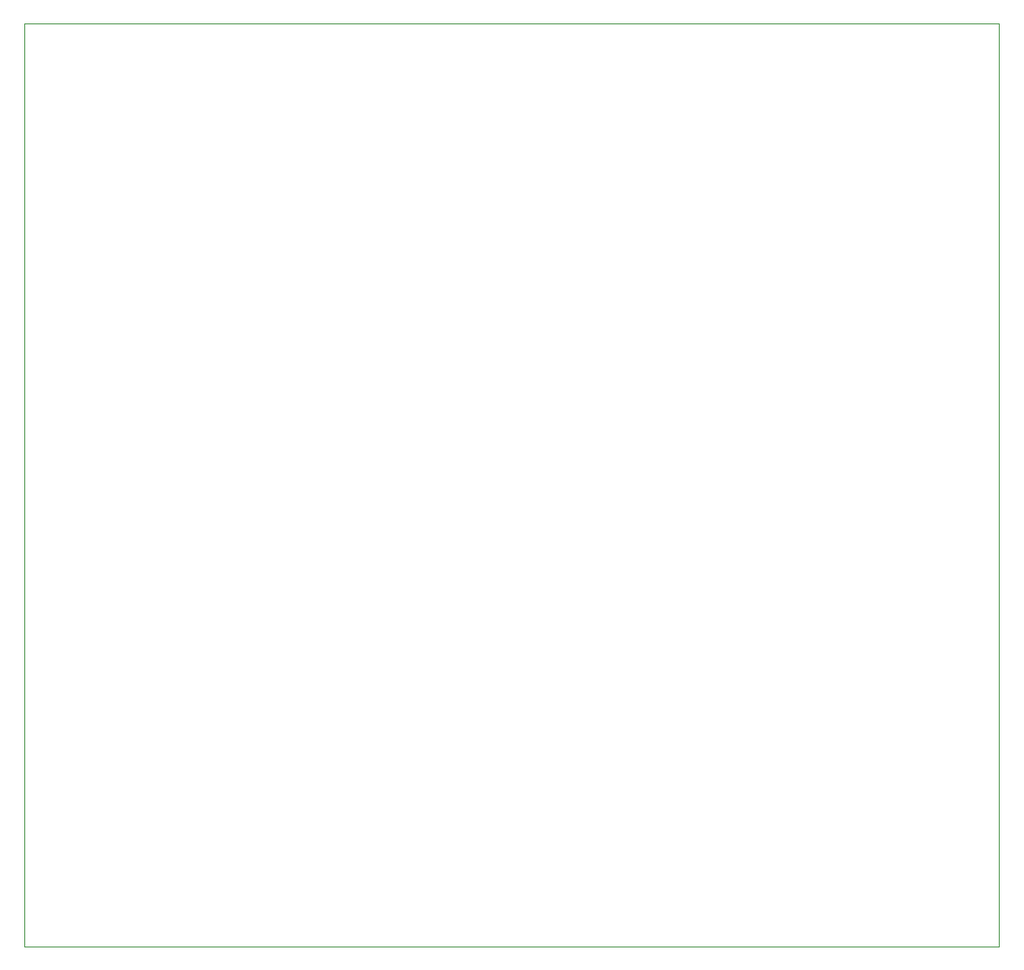
<source format=gbr>
%TF.GenerationSoftware,KiCad,Pcbnew,(5.1.6-0-10_14)*%
%TF.CreationDate,2020-08-30T22:56:52+02:00*%
%TF.ProjectId,sequencer-pcb,73657175-656e-4636-9572-2d7063622e6b,rev?*%
%TF.SameCoordinates,Original*%
%TF.FileFunction,Profile,NP*%
%FSLAX46Y46*%
G04 Gerber Fmt 4.6, Leading zero omitted, Abs format (unit mm)*
G04 Created by KiCad (PCBNEW (5.1.6-0-10_14)) date 2020-08-30 22:56:52*
%MOMM*%
%LPD*%
G01*
G04 APERTURE LIST*
%TA.AperFunction,Profile*%
%ADD10C,0.050000*%
%TD*%
G04 APERTURE END LIST*
D10*
X96750000Y-49750000D02*
X191750000Y-49750000D01*
X191750000Y-139750000D02*
X191750000Y-49750000D01*
X96750000Y-139750000D02*
X96750000Y-49750000D01*
X96750000Y-139750000D02*
X191750000Y-139750000D01*
M02*

</source>
